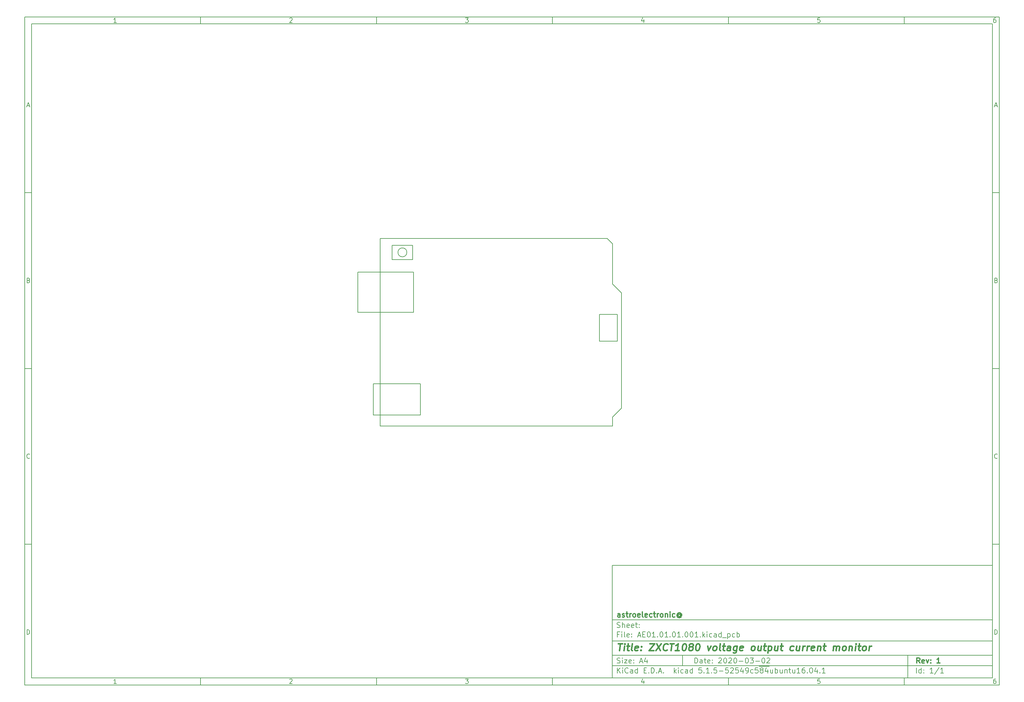
<source format=gbr>
G04 #@! TF.GenerationSoftware,KiCad,Pcbnew,5.1.5-52549c5~84~ubuntu16.04.1*
G04 #@! TF.CreationDate,2020-03-02T18:44:08+01:00*
G04 #@! TF.ProjectId,AE01.01.01.001,41453031-2e30-4312-9e30-312e3030312e,1*
G04 #@! TF.SameCoordinates,Original*
G04 #@! TF.FileFunction,OtherDrawing,Comment*
%FSLAX46Y46*%
G04 Gerber Fmt 4.6, Leading zero omitted, Abs format (unit mm)*
G04 Created by KiCad (PCBNEW 5.1.5-52549c5~84~ubuntu16.04.1) date 2020-03-02 18:44:08*
%MOMM*%
%LPD*%
G04 APERTURE LIST*
%ADD10C,0.100000*%
%ADD11C,0.150000*%
%ADD12C,0.300000*%
%ADD13C,0.400000*%
G04 APERTURE END LIST*
D10*
D11*
X177002200Y-166007200D02*
X177002200Y-198007200D01*
X285002200Y-198007200D01*
X285002200Y-166007200D01*
X177002200Y-166007200D01*
D10*
D11*
X10000000Y-10000000D02*
X10000000Y-200007200D01*
X287002200Y-200007200D01*
X287002200Y-10000000D01*
X10000000Y-10000000D01*
D10*
D11*
X12000000Y-12000000D02*
X12000000Y-198007200D01*
X285002200Y-198007200D01*
X285002200Y-12000000D01*
X12000000Y-12000000D01*
D10*
D11*
X60000000Y-12000000D02*
X60000000Y-10000000D01*
D10*
D11*
X110000000Y-12000000D02*
X110000000Y-10000000D01*
D10*
D11*
X160000000Y-12000000D02*
X160000000Y-10000000D01*
D10*
D11*
X210000000Y-12000000D02*
X210000000Y-10000000D01*
D10*
D11*
X260000000Y-12000000D02*
X260000000Y-10000000D01*
D10*
D11*
X36065476Y-11588095D02*
X35322619Y-11588095D01*
X35694047Y-11588095D02*
X35694047Y-10288095D01*
X35570238Y-10473809D01*
X35446428Y-10597619D01*
X35322619Y-10659523D01*
D10*
D11*
X85322619Y-10411904D02*
X85384523Y-10350000D01*
X85508333Y-10288095D01*
X85817857Y-10288095D01*
X85941666Y-10350000D01*
X86003571Y-10411904D01*
X86065476Y-10535714D01*
X86065476Y-10659523D01*
X86003571Y-10845238D01*
X85260714Y-11588095D01*
X86065476Y-11588095D01*
D10*
D11*
X135260714Y-10288095D02*
X136065476Y-10288095D01*
X135632142Y-10783333D01*
X135817857Y-10783333D01*
X135941666Y-10845238D01*
X136003571Y-10907142D01*
X136065476Y-11030952D01*
X136065476Y-11340476D01*
X136003571Y-11464285D01*
X135941666Y-11526190D01*
X135817857Y-11588095D01*
X135446428Y-11588095D01*
X135322619Y-11526190D01*
X135260714Y-11464285D01*
D10*
D11*
X185941666Y-10721428D02*
X185941666Y-11588095D01*
X185632142Y-10226190D02*
X185322619Y-11154761D01*
X186127380Y-11154761D01*
D10*
D11*
X236003571Y-10288095D02*
X235384523Y-10288095D01*
X235322619Y-10907142D01*
X235384523Y-10845238D01*
X235508333Y-10783333D01*
X235817857Y-10783333D01*
X235941666Y-10845238D01*
X236003571Y-10907142D01*
X236065476Y-11030952D01*
X236065476Y-11340476D01*
X236003571Y-11464285D01*
X235941666Y-11526190D01*
X235817857Y-11588095D01*
X235508333Y-11588095D01*
X235384523Y-11526190D01*
X235322619Y-11464285D01*
D10*
D11*
X285941666Y-10288095D02*
X285694047Y-10288095D01*
X285570238Y-10350000D01*
X285508333Y-10411904D01*
X285384523Y-10597619D01*
X285322619Y-10845238D01*
X285322619Y-11340476D01*
X285384523Y-11464285D01*
X285446428Y-11526190D01*
X285570238Y-11588095D01*
X285817857Y-11588095D01*
X285941666Y-11526190D01*
X286003571Y-11464285D01*
X286065476Y-11340476D01*
X286065476Y-11030952D01*
X286003571Y-10907142D01*
X285941666Y-10845238D01*
X285817857Y-10783333D01*
X285570238Y-10783333D01*
X285446428Y-10845238D01*
X285384523Y-10907142D01*
X285322619Y-11030952D01*
D10*
D11*
X60000000Y-198007200D02*
X60000000Y-200007200D01*
D10*
D11*
X110000000Y-198007200D02*
X110000000Y-200007200D01*
D10*
D11*
X160000000Y-198007200D02*
X160000000Y-200007200D01*
D10*
D11*
X210000000Y-198007200D02*
X210000000Y-200007200D01*
D10*
D11*
X260000000Y-198007200D02*
X260000000Y-200007200D01*
D10*
D11*
X36065476Y-199595295D02*
X35322619Y-199595295D01*
X35694047Y-199595295D02*
X35694047Y-198295295D01*
X35570238Y-198481009D01*
X35446428Y-198604819D01*
X35322619Y-198666723D01*
D10*
D11*
X85322619Y-198419104D02*
X85384523Y-198357200D01*
X85508333Y-198295295D01*
X85817857Y-198295295D01*
X85941666Y-198357200D01*
X86003571Y-198419104D01*
X86065476Y-198542914D01*
X86065476Y-198666723D01*
X86003571Y-198852438D01*
X85260714Y-199595295D01*
X86065476Y-199595295D01*
D10*
D11*
X135260714Y-198295295D02*
X136065476Y-198295295D01*
X135632142Y-198790533D01*
X135817857Y-198790533D01*
X135941666Y-198852438D01*
X136003571Y-198914342D01*
X136065476Y-199038152D01*
X136065476Y-199347676D01*
X136003571Y-199471485D01*
X135941666Y-199533390D01*
X135817857Y-199595295D01*
X135446428Y-199595295D01*
X135322619Y-199533390D01*
X135260714Y-199471485D01*
D10*
D11*
X185941666Y-198728628D02*
X185941666Y-199595295D01*
X185632142Y-198233390D02*
X185322619Y-199161961D01*
X186127380Y-199161961D01*
D10*
D11*
X236003571Y-198295295D02*
X235384523Y-198295295D01*
X235322619Y-198914342D01*
X235384523Y-198852438D01*
X235508333Y-198790533D01*
X235817857Y-198790533D01*
X235941666Y-198852438D01*
X236003571Y-198914342D01*
X236065476Y-199038152D01*
X236065476Y-199347676D01*
X236003571Y-199471485D01*
X235941666Y-199533390D01*
X235817857Y-199595295D01*
X235508333Y-199595295D01*
X235384523Y-199533390D01*
X235322619Y-199471485D01*
D10*
D11*
X285941666Y-198295295D02*
X285694047Y-198295295D01*
X285570238Y-198357200D01*
X285508333Y-198419104D01*
X285384523Y-198604819D01*
X285322619Y-198852438D01*
X285322619Y-199347676D01*
X285384523Y-199471485D01*
X285446428Y-199533390D01*
X285570238Y-199595295D01*
X285817857Y-199595295D01*
X285941666Y-199533390D01*
X286003571Y-199471485D01*
X286065476Y-199347676D01*
X286065476Y-199038152D01*
X286003571Y-198914342D01*
X285941666Y-198852438D01*
X285817857Y-198790533D01*
X285570238Y-198790533D01*
X285446428Y-198852438D01*
X285384523Y-198914342D01*
X285322619Y-199038152D01*
D10*
D11*
X10000000Y-60000000D02*
X12000000Y-60000000D01*
D10*
D11*
X10000000Y-110000000D02*
X12000000Y-110000000D01*
D10*
D11*
X10000000Y-160000000D02*
X12000000Y-160000000D01*
D10*
D11*
X10690476Y-35216666D02*
X11309523Y-35216666D01*
X10566666Y-35588095D02*
X11000000Y-34288095D01*
X11433333Y-35588095D01*
D10*
D11*
X11092857Y-84907142D02*
X11278571Y-84969047D01*
X11340476Y-85030952D01*
X11402380Y-85154761D01*
X11402380Y-85340476D01*
X11340476Y-85464285D01*
X11278571Y-85526190D01*
X11154761Y-85588095D01*
X10659523Y-85588095D01*
X10659523Y-84288095D01*
X11092857Y-84288095D01*
X11216666Y-84350000D01*
X11278571Y-84411904D01*
X11340476Y-84535714D01*
X11340476Y-84659523D01*
X11278571Y-84783333D01*
X11216666Y-84845238D01*
X11092857Y-84907142D01*
X10659523Y-84907142D01*
D10*
D11*
X11402380Y-135464285D02*
X11340476Y-135526190D01*
X11154761Y-135588095D01*
X11030952Y-135588095D01*
X10845238Y-135526190D01*
X10721428Y-135402380D01*
X10659523Y-135278571D01*
X10597619Y-135030952D01*
X10597619Y-134845238D01*
X10659523Y-134597619D01*
X10721428Y-134473809D01*
X10845238Y-134350000D01*
X11030952Y-134288095D01*
X11154761Y-134288095D01*
X11340476Y-134350000D01*
X11402380Y-134411904D01*
D10*
D11*
X10659523Y-185588095D02*
X10659523Y-184288095D01*
X10969047Y-184288095D01*
X11154761Y-184350000D01*
X11278571Y-184473809D01*
X11340476Y-184597619D01*
X11402380Y-184845238D01*
X11402380Y-185030952D01*
X11340476Y-185278571D01*
X11278571Y-185402380D01*
X11154761Y-185526190D01*
X10969047Y-185588095D01*
X10659523Y-185588095D01*
D10*
D11*
X287002200Y-60000000D02*
X285002200Y-60000000D01*
D10*
D11*
X287002200Y-110000000D02*
X285002200Y-110000000D01*
D10*
D11*
X287002200Y-160000000D02*
X285002200Y-160000000D01*
D10*
D11*
X285692676Y-35216666D02*
X286311723Y-35216666D01*
X285568866Y-35588095D02*
X286002200Y-34288095D01*
X286435533Y-35588095D01*
D10*
D11*
X286095057Y-84907142D02*
X286280771Y-84969047D01*
X286342676Y-85030952D01*
X286404580Y-85154761D01*
X286404580Y-85340476D01*
X286342676Y-85464285D01*
X286280771Y-85526190D01*
X286156961Y-85588095D01*
X285661723Y-85588095D01*
X285661723Y-84288095D01*
X286095057Y-84288095D01*
X286218866Y-84350000D01*
X286280771Y-84411904D01*
X286342676Y-84535714D01*
X286342676Y-84659523D01*
X286280771Y-84783333D01*
X286218866Y-84845238D01*
X286095057Y-84907142D01*
X285661723Y-84907142D01*
D10*
D11*
X286404580Y-135464285D02*
X286342676Y-135526190D01*
X286156961Y-135588095D01*
X286033152Y-135588095D01*
X285847438Y-135526190D01*
X285723628Y-135402380D01*
X285661723Y-135278571D01*
X285599819Y-135030952D01*
X285599819Y-134845238D01*
X285661723Y-134597619D01*
X285723628Y-134473809D01*
X285847438Y-134350000D01*
X286033152Y-134288095D01*
X286156961Y-134288095D01*
X286342676Y-134350000D01*
X286404580Y-134411904D01*
D10*
D11*
X285661723Y-185588095D02*
X285661723Y-184288095D01*
X285971247Y-184288095D01*
X286156961Y-184350000D01*
X286280771Y-184473809D01*
X286342676Y-184597619D01*
X286404580Y-184845238D01*
X286404580Y-185030952D01*
X286342676Y-185278571D01*
X286280771Y-185402380D01*
X286156961Y-185526190D01*
X285971247Y-185588095D01*
X285661723Y-185588095D01*
D10*
D11*
X200434342Y-193785771D02*
X200434342Y-192285771D01*
X200791485Y-192285771D01*
X201005771Y-192357200D01*
X201148628Y-192500057D01*
X201220057Y-192642914D01*
X201291485Y-192928628D01*
X201291485Y-193142914D01*
X201220057Y-193428628D01*
X201148628Y-193571485D01*
X201005771Y-193714342D01*
X200791485Y-193785771D01*
X200434342Y-193785771D01*
X202577200Y-193785771D02*
X202577200Y-193000057D01*
X202505771Y-192857200D01*
X202362914Y-192785771D01*
X202077200Y-192785771D01*
X201934342Y-192857200D01*
X202577200Y-193714342D02*
X202434342Y-193785771D01*
X202077200Y-193785771D01*
X201934342Y-193714342D01*
X201862914Y-193571485D01*
X201862914Y-193428628D01*
X201934342Y-193285771D01*
X202077200Y-193214342D01*
X202434342Y-193214342D01*
X202577200Y-193142914D01*
X203077200Y-192785771D02*
X203648628Y-192785771D01*
X203291485Y-192285771D02*
X203291485Y-193571485D01*
X203362914Y-193714342D01*
X203505771Y-193785771D01*
X203648628Y-193785771D01*
X204720057Y-193714342D02*
X204577200Y-193785771D01*
X204291485Y-193785771D01*
X204148628Y-193714342D01*
X204077200Y-193571485D01*
X204077200Y-193000057D01*
X204148628Y-192857200D01*
X204291485Y-192785771D01*
X204577200Y-192785771D01*
X204720057Y-192857200D01*
X204791485Y-193000057D01*
X204791485Y-193142914D01*
X204077200Y-193285771D01*
X205434342Y-193642914D02*
X205505771Y-193714342D01*
X205434342Y-193785771D01*
X205362914Y-193714342D01*
X205434342Y-193642914D01*
X205434342Y-193785771D01*
X205434342Y-192857200D02*
X205505771Y-192928628D01*
X205434342Y-193000057D01*
X205362914Y-192928628D01*
X205434342Y-192857200D01*
X205434342Y-193000057D01*
X207220057Y-192428628D02*
X207291485Y-192357200D01*
X207434342Y-192285771D01*
X207791485Y-192285771D01*
X207934342Y-192357200D01*
X208005771Y-192428628D01*
X208077200Y-192571485D01*
X208077200Y-192714342D01*
X208005771Y-192928628D01*
X207148628Y-193785771D01*
X208077200Y-193785771D01*
X209005771Y-192285771D02*
X209148628Y-192285771D01*
X209291485Y-192357200D01*
X209362914Y-192428628D01*
X209434342Y-192571485D01*
X209505771Y-192857200D01*
X209505771Y-193214342D01*
X209434342Y-193500057D01*
X209362914Y-193642914D01*
X209291485Y-193714342D01*
X209148628Y-193785771D01*
X209005771Y-193785771D01*
X208862914Y-193714342D01*
X208791485Y-193642914D01*
X208720057Y-193500057D01*
X208648628Y-193214342D01*
X208648628Y-192857200D01*
X208720057Y-192571485D01*
X208791485Y-192428628D01*
X208862914Y-192357200D01*
X209005771Y-192285771D01*
X210077200Y-192428628D02*
X210148628Y-192357200D01*
X210291485Y-192285771D01*
X210648628Y-192285771D01*
X210791485Y-192357200D01*
X210862914Y-192428628D01*
X210934342Y-192571485D01*
X210934342Y-192714342D01*
X210862914Y-192928628D01*
X210005771Y-193785771D01*
X210934342Y-193785771D01*
X211862914Y-192285771D02*
X212005771Y-192285771D01*
X212148628Y-192357200D01*
X212220057Y-192428628D01*
X212291485Y-192571485D01*
X212362914Y-192857200D01*
X212362914Y-193214342D01*
X212291485Y-193500057D01*
X212220057Y-193642914D01*
X212148628Y-193714342D01*
X212005771Y-193785771D01*
X211862914Y-193785771D01*
X211720057Y-193714342D01*
X211648628Y-193642914D01*
X211577200Y-193500057D01*
X211505771Y-193214342D01*
X211505771Y-192857200D01*
X211577200Y-192571485D01*
X211648628Y-192428628D01*
X211720057Y-192357200D01*
X211862914Y-192285771D01*
X213005771Y-193214342D02*
X214148628Y-193214342D01*
X215148628Y-192285771D02*
X215291485Y-192285771D01*
X215434342Y-192357200D01*
X215505771Y-192428628D01*
X215577200Y-192571485D01*
X215648628Y-192857200D01*
X215648628Y-193214342D01*
X215577200Y-193500057D01*
X215505771Y-193642914D01*
X215434342Y-193714342D01*
X215291485Y-193785771D01*
X215148628Y-193785771D01*
X215005771Y-193714342D01*
X214934342Y-193642914D01*
X214862914Y-193500057D01*
X214791485Y-193214342D01*
X214791485Y-192857200D01*
X214862914Y-192571485D01*
X214934342Y-192428628D01*
X215005771Y-192357200D01*
X215148628Y-192285771D01*
X216148628Y-192285771D02*
X217077200Y-192285771D01*
X216577200Y-192857200D01*
X216791485Y-192857200D01*
X216934342Y-192928628D01*
X217005771Y-193000057D01*
X217077200Y-193142914D01*
X217077200Y-193500057D01*
X217005771Y-193642914D01*
X216934342Y-193714342D01*
X216791485Y-193785771D01*
X216362914Y-193785771D01*
X216220057Y-193714342D01*
X216148628Y-193642914D01*
X217720057Y-193214342D02*
X218862914Y-193214342D01*
X219862914Y-192285771D02*
X220005771Y-192285771D01*
X220148628Y-192357200D01*
X220220057Y-192428628D01*
X220291485Y-192571485D01*
X220362914Y-192857200D01*
X220362914Y-193214342D01*
X220291485Y-193500057D01*
X220220057Y-193642914D01*
X220148628Y-193714342D01*
X220005771Y-193785771D01*
X219862914Y-193785771D01*
X219720057Y-193714342D01*
X219648628Y-193642914D01*
X219577200Y-193500057D01*
X219505771Y-193214342D01*
X219505771Y-192857200D01*
X219577200Y-192571485D01*
X219648628Y-192428628D01*
X219720057Y-192357200D01*
X219862914Y-192285771D01*
X220934342Y-192428628D02*
X221005771Y-192357200D01*
X221148628Y-192285771D01*
X221505771Y-192285771D01*
X221648628Y-192357200D01*
X221720057Y-192428628D01*
X221791485Y-192571485D01*
X221791485Y-192714342D01*
X221720057Y-192928628D01*
X220862914Y-193785771D01*
X221791485Y-193785771D01*
D10*
D11*
X177002200Y-194507200D02*
X285002200Y-194507200D01*
D10*
D11*
X178434342Y-196585771D02*
X178434342Y-195085771D01*
X179291485Y-196585771D02*
X178648628Y-195728628D01*
X179291485Y-195085771D02*
X178434342Y-195942914D01*
X179934342Y-196585771D02*
X179934342Y-195585771D01*
X179934342Y-195085771D02*
X179862914Y-195157200D01*
X179934342Y-195228628D01*
X180005771Y-195157200D01*
X179934342Y-195085771D01*
X179934342Y-195228628D01*
X181505771Y-196442914D02*
X181434342Y-196514342D01*
X181220057Y-196585771D01*
X181077200Y-196585771D01*
X180862914Y-196514342D01*
X180720057Y-196371485D01*
X180648628Y-196228628D01*
X180577200Y-195942914D01*
X180577200Y-195728628D01*
X180648628Y-195442914D01*
X180720057Y-195300057D01*
X180862914Y-195157200D01*
X181077200Y-195085771D01*
X181220057Y-195085771D01*
X181434342Y-195157200D01*
X181505771Y-195228628D01*
X182791485Y-196585771D02*
X182791485Y-195800057D01*
X182720057Y-195657200D01*
X182577200Y-195585771D01*
X182291485Y-195585771D01*
X182148628Y-195657200D01*
X182791485Y-196514342D02*
X182648628Y-196585771D01*
X182291485Y-196585771D01*
X182148628Y-196514342D01*
X182077200Y-196371485D01*
X182077200Y-196228628D01*
X182148628Y-196085771D01*
X182291485Y-196014342D01*
X182648628Y-196014342D01*
X182791485Y-195942914D01*
X184148628Y-196585771D02*
X184148628Y-195085771D01*
X184148628Y-196514342D02*
X184005771Y-196585771D01*
X183720057Y-196585771D01*
X183577200Y-196514342D01*
X183505771Y-196442914D01*
X183434342Y-196300057D01*
X183434342Y-195871485D01*
X183505771Y-195728628D01*
X183577200Y-195657200D01*
X183720057Y-195585771D01*
X184005771Y-195585771D01*
X184148628Y-195657200D01*
X186005771Y-195800057D02*
X186505771Y-195800057D01*
X186720057Y-196585771D02*
X186005771Y-196585771D01*
X186005771Y-195085771D01*
X186720057Y-195085771D01*
X187362914Y-196442914D02*
X187434342Y-196514342D01*
X187362914Y-196585771D01*
X187291485Y-196514342D01*
X187362914Y-196442914D01*
X187362914Y-196585771D01*
X188077200Y-196585771D02*
X188077200Y-195085771D01*
X188434342Y-195085771D01*
X188648628Y-195157200D01*
X188791485Y-195300057D01*
X188862914Y-195442914D01*
X188934342Y-195728628D01*
X188934342Y-195942914D01*
X188862914Y-196228628D01*
X188791485Y-196371485D01*
X188648628Y-196514342D01*
X188434342Y-196585771D01*
X188077200Y-196585771D01*
X189577200Y-196442914D02*
X189648628Y-196514342D01*
X189577200Y-196585771D01*
X189505771Y-196514342D01*
X189577200Y-196442914D01*
X189577200Y-196585771D01*
X190220057Y-196157200D02*
X190934342Y-196157200D01*
X190077200Y-196585771D02*
X190577200Y-195085771D01*
X191077200Y-196585771D01*
X191577200Y-196442914D02*
X191648628Y-196514342D01*
X191577200Y-196585771D01*
X191505771Y-196514342D01*
X191577200Y-196442914D01*
X191577200Y-196585771D01*
X194577200Y-196585771D02*
X194577200Y-195085771D01*
X194720057Y-196014342D02*
X195148628Y-196585771D01*
X195148628Y-195585771D02*
X194577200Y-196157200D01*
X195791485Y-196585771D02*
X195791485Y-195585771D01*
X195791485Y-195085771D02*
X195720057Y-195157200D01*
X195791485Y-195228628D01*
X195862914Y-195157200D01*
X195791485Y-195085771D01*
X195791485Y-195228628D01*
X197148628Y-196514342D02*
X197005771Y-196585771D01*
X196720057Y-196585771D01*
X196577200Y-196514342D01*
X196505771Y-196442914D01*
X196434342Y-196300057D01*
X196434342Y-195871485D01*
X196505771Y-195728628D01*
X196577200Y-195657200D01*
X196720057Y-195585771D01*
X197005771Y-195585771D01*
X197148628Y-195657200D01*
X198434342Y-196585771D02*
X198434342Y-195800057D01*
X198362914Y-195657200D01*
X198220057Y-195585771D01*
X197934342Y-195585771D01*
X197791485Y-195657200D01*
X198434342Y-196514342D02*
X198291485Y-196585771D01*
X197934342Y-196585771D01*
X197791485Y-196514342D01*
X197720057Y-196371485D01*
X197720057Y-196228628D01*
X197791485Y-196085771D01*
X197934342Y-196014342D01*
X198291485Y-196014342D01*
X198434342Y-195942914D01*
X199791485Y-196585771D02*
X199791485Y-195085771D01*
X199791485Y-196514342D02*
X199648628Y-196585771D01*
X199362914Y-196585771D01*
X199220057Y-196514342D01*
X199148628Y-196442914D01*
X199077200Y-196300057D01*
X199077200Y-195871485D01*
X199148628Y-195728628D01*
X199220057Y-195657200D01*
X199362914Y-195585771D01*
X199648628Y-195585771D01*
X199791485Y-195657200D01*
X202362914Y-195085771D02*
X201648628Y-195085771D01*
X201577200Y-195800057D01*
X201648628Y-195728628D01*
X201791485Y-195657200D01*
X202148628Y-195657200D01*
X202291485Y-195728628D01*
X202362914Y-195800057D01*
X202434342Y-195942914D01*
X202434342Y-196300057D01*
X202362914Y-196442914D01*
X202291485Y-196514342D01*
X202148628Y-196585771D01*
X201791485Y-196585771D01*
X201648628Y-196514342D01*
X201577200Y-196442914D01*
X203077200Y-196442914D02*
X203148628Y-196514342D01*
X203077200Y-196585771D01*
X203005771Y-196514342D01*
X203077200Y-196442914D01*
X203077200Y-196585771D01*
X204577200Y-196585771D02*
X203720057Y-196585771D01*
X204148628Y-196585771D02*
X204148628Y-195085771D01*
X204005771Y-195300057D01*
X203862914Y-195442914D01*
X203720057Y-195514342D01*
X205220057Y-196442914D02*
X205291485Y-196514342D01*
X205220057Y-196585771D01*
X205148628Y-196514342D01*
X205220057Y-196442914D01*
X205220057Y-196585771D01*
X206648628Y-195085771D02*
X205934342Y-195085771D01*
X205862914Y-195800057D01*
X205934342Y-195728628D01*
X206077200Y-195657200D01*
X206434342Y-195657200D01*
X206577200Y-195728628D01*
X206648628Y-195800057D01*
X206720057Y-195942914D01*
X206720057Y-196300057D01*
X206648628Y-196442914D01*
X206577200Y-196514342D01*
X206434342Y-196585771D01*
X206077200Y-196585771D01*
X205934342Y-196514342D01*
X205862914Y-196442914D01*
X207362914Y-196014342D02*
X208505771Y-196014342D01*
X209934342Y-195085771D02*
X209220057Y-195085771D01*
X209148628Y-195800057D01*
X209220057Y-195728628D01*
X209362914Y-195657200D01*
X209720057Y-195657200D01*
X209862914Y-195728628D01*
X209934342Y-195800057D01*
X210005771Y-195942914D01*
X210005771Y-196300057D01*
X209934342Y-196442914D01*
X209862914Y-196514342D01*
X209720057Y-196585771D01*
X209362914Y-196585771D01*
X209220057Y-196514342D01*
X209148628Y-196442914D01*
X210577200Y-195228628D02*
X210648628Y-195157200D01*
X210791485Y-195085771D01*
X211148628Y-195085771D01*
X211291485Y-195157200D01*
X211362914Y-195228628D01*
X211434342Y-195371485D01*
X211434342Y-195514342D01*
X211362914Y-195728628D01*
X210505771Y-196585771D01*
X211434342Y-196585771D01*
X212791485Y-195085771D02*
X212077200Y-195085771D01*
X212005771Y-195800057D01*
X212077200Y-195728628D01*
X212220057Y-195657200D01*
X212577200Y-195657200D01*
X212720057Y-195728628D01*
X212791485Y-195800057D01*
X212862914Y-195942914D01*
X212862914Y-196300057D01*
X212791485Y-196442914D01*
X212720057Y-196514342D01*
X212577200Y-196585771D01*
X212220057Y-196585771D01*
X212077200Y-196514342D01*
X212005771Y-196442914D01*
X214148628Y-195585771D02*
X214148628Y-196585771D01*
X213791485Y-195014342D02*
X213434342Y-196085771D01*
X214362914Y-196085771D01*
X215005771Y-196585771D02*
X215291485Y-196585771D01*
X215434342Y-196514342D01*
X215505771Y-196442914D01*
X215648628Y-196228628D01*
X215720057Y-195942914D01*
X215720057Y-195371485D01*
X215648628Y-195228628D01*
X215577200Y-195157200D01*
X215434342Y-195085771D01*
X215148628Y-195085771D01*
X215005771Y-195157200D01*
X214934342Y-195228628D01*
X214862914Y-195371485D01*
X214862914Y-195728628D01*
X214934342Y-195871485D01*
X215005771Y-195942914D01*
X215148628Y-196014342D01*
X215434342Y-196014342D01*
X215577200Y-195942914D01*
X215648628Y-195871485D01*
X215720057Y-195728628D01*
X217005771Y-196514342D02*
X216862914Y-196585771D01*
X216577200Y-196585771D01*
X216434342Y-196514342D01*
X216362914Y-196442914D01*
X216291485Y-196300057D01*
X216291485Y-195871485D01*
X216362914Y-195728628D01*
X216434342Y-195657200D01*
X216577200Y-195585771D01*
X216862914Y-195585771D01*
X217005771Y-195657200D01*
X218362914Y-195085771D02*
X217648628Y-195085771D01*
X217577200Y-195800057D01*
X217648628Y-195728628D01*
X217791485Y-195657200D01*
X218148628Y-195657200D01*
X218291485Y-195728628D01*
X218362914Y-195800057D01*
X218434342Y-195942914D01*
X218434342Y-196300057D01*
X218362914Y-196442914D01*
X218291485Y-196514342D01*
X218148628Y-196585771D01*
X217791485Y-196585771D01*
X217648628Y-196514342D01*
X217577200Y-196442914D01*
X218720057Y-194677200D02*
X220148628Y-194677200D01*
X219291485Y-195728628D02*
X219148628Y-195657200D01*
X219077200Y-195585771D01*
X219005771Y-195442914D01*
X219005771Y-195371485D01*
X219077200Y-195228628D01*
X219148628Y-195157200D01*
X219291485Y-195085771D01*
X219577200Y-195085771D01*
X219720057Y-195157200D01*
X219791485Y-195228628D01*
X219862914Y-195371485D01*
X219862914Y-195442914D01*
X219791485Y-195585771D01*
X219720057Y-195657200D01*
X219577200Y-195728628D01*
X219291485Y-195728628D01*
X219148628Y-195800057D01*
X219077200Y-195871485D01*
X219005771Y-196014342D01*
X219005771Y-196300057D01*
X219077200Y-196442914D01*
X219148628Y-196514342D01*
X219291485Y-196585771D01*
X219577200Y-196585771D01*
X219720057Y-196514342D01*
X219791485Y-196442914D01*
X219862914Y-196300057D01*
X219862914Y-196014342D01*
X219791485Y-195871485D01*
X219720057Y-195800057D01*
X219577200Y-195728628D01*
X220148628Y-194677200D02*
X221577199Y-194677200D01*
X221148628Y-195585771D02*
X221148628Y-196585771D01*
X220791485Y-195014342D02*
X220434342Y-196085771D01*
X221362914Y-196085771D01*
X222577199Y-195585771D02*
X222577199Y-196585771D01*
X221934342Y-195585771D02*
X221934342Y-196371485D01*
X222005771Y-196514342D01*
X222148628Y-196585771D01*
X222362914Y-196585771D01*
X222505771Y-196514342D01*
X222577199Y-196442914D01*
X223291485Y-196585771D02*
X223291485Y-195085771D01*
X223291485Y-195657200D02*
X223434342Y-195585771D01*
X223720057Y-195585771D01*
X223862914Y-195657200D01*
X223934342Y-195728628D01*
X224005771Y-195871485D01*
X224005771Y-196300057D01*
X223934342Y-196442914D01*
X223862914Y-196514342D01*
X223720057Y-196585771D01*
X223434342Y-196585771D01*
X223291485Y-196514342D01*
X225291485Y-195585771D02*
X225291485Y-196585771D01*
X224648628Y-195585771D02*
X224648628Y-196371485D01*
X224720057Y-196514342D01*
X224862914Y-196585771D01*
X225077199Y-196585771D01*
X225220057Y-196514342D01*
X225291485Y-196442914D01*
X226005771Y-195585771D02*
X226005771Y-196585771D01*
X226005771Y-195728628D02*
X226077199Y-195657200D01*
X226220057Y-195585771D01*
X226434342Y-195585771D01*
X226577199Y-195657200D01*
X226648628Y-195800057D01*
X226648628Y-196585771D01*
X227148628Y-195585771D02*
X227720057Y-195585771D01*
X227362914Y-195085771D02*
X227362914Y-196371485D01*
X227434342Y-196514342D01*
X227577200Y-196585771D01*
X227720057Y-196585771D01*
X228862914Y-195585771D02*
X228862914Y-196585771D01*
X228220057Y-195585771D02*
X228220057Y-196371485D01*
X228291485Y-196514342D01*
X228434342Y-196585771D01*
X228648628Y-196585771D01*
X228791485Y-196514342D01*
X228862914Y-196442914D01*
X230362914Y-196585771D02*
X229505771Y-196585771D01*
X229934342Y-196585771D02*
X229934342Y-195085771D01*
X229791485Y-195300057D01*
X229648628Y-195442914D01*
X229505771Y-195514342D01*
X231648628Y-195085771D02*
X231362914Y-195085771D01*
X231220057Y-195157200D01*
X231148628Y-195228628D01*
X231005771Y-195442914D01*
X230934342Y-195728628D01*
X230934342Y-196300057D01*
X231005771Y-196442914D01*
X231077199Y-196514342D01*
X231220057Y-196585771D01*
X231505771Y-196585771D01*
X231648628Y-196514342D01*
X231720057Y-196442914D01*
X231791485Y-196300057D01*
X231791485Y-195942914D01*
X231720057Y-195800057D01*
X231648628Y-195728628D01*
X231505771Y-195657200D01*
X231220057Y-195657200D01*
X231077199Y-195728628D01*
X231005771Y-195800057D01*
X230934342Y-195942914D01*
X232434342Y-196442914D02*
X232505771Y-196514342D01*
X232434342Y-196585771D01*
X232362914Y-196514342D01*
X232434342Y-196442914D01*
X232434342Y-196585771D01*
X233434342Y-195085771D02*
X233577199Y-195085771D01*
X233720057Y-195157200D01*
X233791485Y-195228628D01*
X233862914Y-195371485D01*
X233934342Y-195657200D01*
X233934342Y-196014342D01*
X233862914Y-196300057D01*
X233791485Y-196442914D01*
X233720057Y-196514342D01*
X233577199Y-196585771D01*
X233434342Y-196585771D01*
X233291485Y-196514342D01*
X233220057Y-196442914D01*
X233148628Y-196300057D01*
X233077199Y-196014342D01*
X233077199Y-195657200D01*
X233148628Y-195371485D01*
X233220057Y-195228628D01*
X233291485Y-195157200D01*
X233434342Y-195085771D01*
X235220057Y-195585771D02*
X235220057Y-196585771D01*
X234862914Y-195014342D02*
X234505771Y-196085771D01*
X235434342Y-196085771D01*
X236005771Y-196442914D02*
X236077199Y-196514342D01*
X236005771Y-196585771D01*
X235934342Y-196514342D01*
X236005771Y-196442914D01*
X236005771Y-196585771D01*
X237505771Y-196585771D02*
X236648628Y-196585771D01*
X237077199Y-196585771D02*
X237077199Y-195085771D01*
X236934342Y-195300057D01*
X236791485Y-195442914D01*
X236648628Y-195514342D01*
D10*
D11*
X177002200Y-191507200D02*
X285002200Y-191507200D01*
D10*
D12*
X264411485Y-193785771D02*
X263911485Y-193071485D01*
X263554342Y-193785771D02*
X263554342Y-192285771D01*
X264125771Y-192285771D01*
X264268628Y-192357200D01*
X264340057Y-192428628D01*
X264411485Y-192571485D01*
X264411485Y-192785771D01*
X264340057Y-192928628D01*
X264268628Y-193000057D01*
X264125771Y-193071485D01*
X263554342Y-193071485D01*
X265625771Y-193714342D02*
X265482914Y-193785771D01*
X265197200Y-193785771D01*
X265054342Y-193714342D01*
X264982914Y-193571485D01*
X264982914Y-193000057D01*
X265054342Y-192857200D01*
X265197200Y-192785771D01*
X265482914Y-192785771D01*
X265625771Y-192857200D01*
X265697200Y-193000057D01*
X265697200Y-193142914D01*
X264982914Y-193285771D01*
X266197200Y-192785771D02*
X266554342Y-193785771D01*
X266911485Y-192785771D01*
X267482914Y-193642914D02*
X267554342Y-193714342D01*
X267482914Y-193785771D01*
X267411485Y-193714342D01*
X267482914Y-193642914D01*
X267482914Y-193785771D01*
X267482914Y-192857200D02*
X267554342Y-192928628D01*
X267482914Y-193000057D01*
X267411485Y-192928628D01*
X267482914Y-192857200D01*
X267482914Y-193000057D01*
X270125771Y-193785771D02*
X269268628Y-193785771D01*
X269697200Y-193785771D02*
X269697200Y-192285771D01*
X269554342Y-192500057D01*
X269411485Y-192642914D01*
X269268628Y-192714342D01*
D10*
D11*
X178362914Y-193714342D02*
X178577200Y-193785771D01*
X178934342Y-193785771D01*
X179077200Y-193714342D01*
X179148628Y-193642914D01*
X179220057Y-193500057D01*
X179220057Y-193357200D01*
X179148628Y-193214342D01*
X179077200Y-193142914D01*
X178934342Y-193071485D01*
X178648628Y-193000057D01*
X178505771Y-192928628D01*
X178434342Y-192857200D01*
X178362914Y-192714342D01*
X178362914Y-192571485D01*
X178434342Y-192428628D01*
X178505771Y-192357200D01*
X178648628Y-192285771D01*
X179005771Y-192285771D01*
X179220057Y-192357200D01*
X179862914Y-193785771D02*
X179862914Y-192785771D01*
X179862914Y-192285771D02*
X179791485Y-192357200D01*
X179862914Y-192428628D01*
X179934342Y-192357200D01*
X179862914Y-192285771D01*
X179862914Y-192428628D01*
X180434342Y-192785771D02*
X181220057Y-192785771D01*
X180434342Y-193785771D01*
X181220057Y-193785771D01*
X182362914Y-193714342D02*
X182220057Y-193785771D01*
X181934342Y-193785771D01*
X181791485Y-193714342D01*
X181720057Y-193571485D01*
X181720057Y-193000057D01*
X181791485Y-192857200D01*
X181934342Y-192785771D01*
X182220057Y-192785771D01*
X182362914Y-192857200D01*
X182434342Y-193000057D01*
X182434342Y-193142914D01*
X181720057Y-193285771D01*
X183077200Y-193642914D02*
X183148628Y-193714342D01*
X183077200Y-193785771D01*
X183005771Y-193714342D01*
X183077200Y-193642914D01*
X183077200Y-193785771D01*
X183077200Y-192857200D02*
X183148628Y-192928628D01*
X183077200Y-193000057D01*
X183005771Y-192928628D01*
X183077200Y-192857200D01*
X183077200Y-193000057D01*
X184862914Y-193357200D02*
X185577200Y-193357200D01*
X184720057Y-193785771D02*
X185220057Y-192285771D01*
X185720057Y-193785771D01*
X186862914Y-192785771D02*
X186862914Y-193785771D01*
X186505771Y-192214342D02*
X186148628Y-193285771D01*
X187077200Y-193285771D01*
D10*
D11*
X263434342Y-196585771D02*
X263434342Y-195085771D01*
X264791485Y-196585771D02*
X264791485Y-195085771D01*
X264791485Y-196514342D02*
X264648628Y-196585771D01*
X264362914Y-196585771D01*
X264220057Y-196514342D01*
X264148628Y-196442914D01*
X264077200Y-196300057D01*
X264077200Y-195871485D01*
X264148628Y-195728628D01*
X264220057Y-195657200D01*
X264362914Y-195585771D01*
X264648628Y-195585771D01*
X264791485Y-195657200D01*
X265505771Y-196442914D02*
X265577200Y-196514342D01*
X265505771Y-196585771D01*
X265434342Y-196514342D01*
X265505771Y-196442914D01*
X265505771Y-196585771D01*
X265505771Y-195657200D02*
X265577200Y-195728628D01*
X265505771Y-195800057D01*
X265434342Y-195728628D01*
X265505771Y-195657200D01*
X265505771Y-195800057D01*
X268148628Y-196585771D02*
X267291485Y-196585771D01*
X267720057Y-196585771D02*
X267720057Y-195085771D01*
X267577200Y-195300057D01*
X267434342Y-195442914D01*
X267291485Y-195514342D01*
X269862914Y-195014342D02*
X268577200Y-196942914D01*
X271148628Y-196585771D02*
X270291485Y-196585771D01*
X270720057Y-196585771D02*
X270720057Y-195085771D01*
X270577200Y-195300057D01*
X270434342Y-195442914D01*
X270291485Y-195514342D01*
D10*
D11*
X177002200Y-187507200D02*
X285002200Y-187507200D01*
D10*
D13*
X178714580Y-188211961D02*
X179857438Y-188211961D01*
X179036009Y-190211961D02*
X179286009Y-188211961D01*
X180274104Y-190211961D02*
X180440771Y-188878628D01*
X180524104Y-188211961D02*
X180416961Y-188307200D01*
X180500295Y-188402438D01*
X180607438Y-188307200D01*
X180524104Y-188211961D01*
X180500295Y-188402438D01*
X181107438Y-188878628D02*
X181869342Y-188878628D01*
X181476485Y-188211961D02*
X181262200Y-189926247D01*
X181333628Y-190116723D01*
X181512200Y-190211961D01*
X181702676Y-190211961D01*
X182655057Y-190211961D02*
X182476485Y-190116723D01*
X182405057Y-189926247D01*
X182619342Y-188211961D01*
X184190771Y-190116723D02*
X183988390Y-190211961D01*
X183607438Y-190211961D01*
X183428866Y-190116723D01*
X183357438Y-189926247D01*
X183452676Y-189164342D01*
X183571723Y-188973866D01*
X183774104Y-188878628D01*
X184155057Y-188878628D01*
X184333628Y-188973866D01*
X184405057Y-189164342D01*
X184381247Y-189354819D01*
X183405057Y-189545295D01*
X185155057Y-190021485D02*
X185238390Y-190116723D01*
X185131247Y-190211961D01*
X185047914Y-190116723D01*
X185155057Y-190021485D01*
X185131247Y-190211961D01*
X185286009Y-188973866D02*
X185369342Y-189069104D01*
X185262200Y-189164342D01*
X185178866Y-189069104D01*
X185286009Y-188973866D01*
X185262200Y-189164342D01*
X187666961Y-188211961D02*
X189000295Y-188211961D01*
X187416961Y-190211961D01*
X188750295Y-190211961D01*
X189571723Y-188211961D02*
X190655057Y-190211961D01*
X190905057Y-188211961D02*
X189321723Y-190211961D01*
X192583628Y-190021485D02*
X192476485Y-190116723D01*
X192178866Y-190211961D01*
X191988390Y-190211961D01*
X191714580Y-190116723D01*
X191547914Y-189926247D01*
X191476485Y-189735771D01*
X191428866Y-189354819D01*
X191464580Y-189069104D01*
X191607438Y-188688152D01*
X191726485Y-188497676D01*
X191940771Y-188307200D01*
X192238390Y-188211961D01*
X192428866Y-188211961D01*
X192702676Y-188307200D01*
X192786009Y-188402438D01*
X193381247Y-188211961D02*
X194524104Y-188211961D01*
X193702676Y-190211961D02*
X193952676Y-188211961D01*
X195988390Y-190211961D02*
X194845533Y-190211961D01*
X195416961Y-190211961D02*
X195666961Y-188211961D01*
X195440771Y-188497676D01*
X195226485Y-188688152D01*
X195024104Y-188783390D01*
X197476485Y-188211961D02*
X197666961Y-188211961D01*
X197845533Y-188307200D01*
X197928866Y-188402438D01*
X198000295Y-188592914D01*
X198047914Y-188973866D01*
X197988390Y-189450057D01*
X197845533Y-189831009D01*
X197726485Y-190021485D01*
X197619342Y-190116723D01*
X197416961Y-190211961D01*
X197226485Y-190211961D01*
X197047914Y-190116723D01*
X196964580Y-190021485D01*
X196893152Y-189831009D01*
X196845533Y-189450057D01*
X196905057Y-188973866D01*
X197047914Y-188592914D01*
X197166961Y-188402438D01*
X197274104Y-188307200D01*
X197476485Y-188211961D01*
X199178866Y-189069104D02*
X199000295Y-188973866D01*
X198916961Y-188878628D01*
X198845533Y-188688152D01*
X198857438Y-188592914D01*
X198976485Y-188402438D01*
X199083628Y-188307200D01*
X199286009Y-188211961D01*
X199666961Y-188211961D01*
X199845533Y-188307200D01*
X199928866Y-188402438D01*
X200000295Y-188592914D01*
X199988390Y-188688152D01*
X199869342Y-188878628D01*
X199762200Y-188973866D01*
X199559819Y-189069104D01*
X199178866Y-189069104D01*
X198976485Y-189164342D01*
X198869342Y-189259580D01*
X198750295Y-189450057D01*
X198702676Y-189831009D01*
X198774104Y-190021485D01*
X198857438Y-190116723D01*
X199036009Y-190211961D01*
X199416961Y-190211961D01*
X199619342Y-190116723D01*
X199726485Y-190021485D01*
X199845533Y-189831009D01*
X199893152Y-189450057D01*
X199821723Y-189259580D01*
X199738390Y-189164342D01*
X199559819Y-189069104D01*
X201286009Y-188211961D02*
X201476485Y-188211961D01*
X201655057Y-188307200D01*
X201738390Y-188402438D01*
X201809819Y-188592914D01*
X201857438Y-188973866D01*
X201797914Y-189450057D01*
X201655057Y-189831009D01*
X201536009Y-190021485D01*
X201428866Y-190116723D01*
X201226485Y-190211961D01*
X201036009Y-190211961D01*
X200857438Y-190116723D01*
X200774104Y-190021485D01*
X200702676Y-189831009D01*
X200655057Y-189450057D01*
X200714580Y-188973866D01*
X200857438Y-188592914D01*
X200976485Y-188402438D01*
X201083628Y-188307200D01*
X201286009Y-188211961D01*
X204059819Y-188878628D02*
X204369342Y-190211961D01*
X205012200Y-188878628D01*
X205893152Y-190211961D02*
X205714580Y-190116723D01*
X205631247Y-190021485D01*
X205559819Y-189831009D01*
X205631247Y-189259580D01*
X205750295Y-189069104D01*
X205857438Y-188973866D01*
X206059819Y-188878628D01*
X206345533Y-188878628D01*
X206524104Y-188973866D01*
X206607438Y-189069104D01*
X206678866Y-189259580D01*
X206607438Y-189831009D01*
X206488390Y-190021485D01*
X206381247Y-190116723D01*
X206178866Y-190211961D01*
X205893152Y-190211961D01*
X207702676Y-190211961D02*
X207524104Y-190116723D01*
X207452676Y-189926247D01*
X207666961Y-188211961D01*
X208345533Y-188878628D02*
X209107438Y-188878628D01*
X208714580Y-188211961D02*
X208500295Y-189926247D01*
X208571723Y-190116723D01*
X208750295Y-190211961D01*
X208940771Y-190211961D01*
X210464580Y-190211961D02*
X210595533Y-189164342D01*
X210524104Y-188973866D01*
X210345533Y-188878628D01*
X209964580Y-188878628D01*
X209762200Y-188973866D01*
X210476485Y-190116723D02*
X210274104Y-190211961D01*
X209797914Y-190211961D01*
X209619342Y-190116723D01*
X209547914Y-189926247D01*
X209571723Y-189735771D01*
X209690771Y-189545295D01*
X209893152Y-189450057D01*
X210369342Y-189450057D01*
X210571723Y-189354819D01*
X212440771Y-188878628D02*
X212238390Y-190497676D01*
X212119342Y-190688152D01*
X212012200Y-190783390D01*
X211809819Y-190878628D01*
X211524104Y-190878628D01*
X211345533Y-190783390D01*
X212286009Y-190116723D02*
X212083628Y-190211961D01*
X211702676Y-190211961D01*
X211524104Y-190116723D01*
X211440771Y-190021485D01*
X211369342Y-189831009D01*
X211440771Y-189259580D01*
X211559819Y-189069104D01*
X211666961Y-188973866D01*
X211869342Y-188878628D01*
X212250295Y-188878628D01*
X212428866Y-188973866D01*
X214000295Y-190116723D02*
X213797914Y-190211961D01*
X213416961Y-190211961D01*
X213238390Y-190116723D01*
X213166961Y-189926247D01*
X213262200Y-189164342D01*
X213381247Y-188973866D01*
X213583628Y-188878628D01*
X213964580Y-188878628D01*
X214143152Y-188973866D01*
X214214580Y-189164342D01*
X214190771Y-189354819D01*
X213214580Y-189545295D01*
X216750295Y-190211961D02*
X216571723Y-190116723D01*
X216488390Y-190021485D01*
X216416961Y-189831009D01*
X216488390Y-189259580D01*
X216607438Y-189069104D01*
X216714580Y-188973866D01*
X216916961Y-188878628D01*
X217202676Y-188878628D01*
X217381247Y-188973866D01*
X217464580Y-189069104D01*
X217536009Y-189259580D01*
X217464580Y-189831009D01*
X217345533Y-190021485D01*
X217238390Y-190116723D01*
X217036009Y-190211961D01*
X216750295Y-190211961D01*
X219297914Y-188878628D02*
X219131247Y-190211961D01*
X218440771Y-188878628D02*
X218309819Y-189926247D01*
X218381247Y-190116723D01*
X218559819Y-190211961D01*
X218845533Y-190211961D01*
X219047914Y-190116723D01*
X219155057Y-190021485D01*
X219964580Y-188878628D02*
X220726485Y-188878628D01*
X220333628Y-188211961D02*
X220119342Y-189926247D01*
X220190771Y-190116723D01*
X220369342Y-190211961D01*
X220559819Y-190211961D01*
X221393152Y-188878628D02*
X221143152Y-190878628D01*
X221381247Y-188973866D02*
X221583628Y-188878628D01*
X221964580Y-188878628D01*
X222143152Y-188973866D01*
X222226485Y-189069104D01*
X222297914Y-189259580D01*
X222226485Y-189831009D01*
X222107438Y-190021485D01*
X222000295Y-190116723D01*
X221797914Y-190211961D01*
X221416961Y-190211961D01*
X221238390Y-190116723D01*
X224059819Y-188878628D02*
X223893152Y-190211961D01*
X223202676Y-188878628D02*
X223071723Y-189926247D01*
X223143152Y-190116723D01*
X223321723Y-190211961D01*
X223607438Y-190211961D01*
X223809819Y-190116723D01*
X223916961Y-190021485D01*
X224726485Y-188878628D02*
X225488390Y-188878628D01*
X225095533Y-188211961D02*
X224881247Y-189926247D01*
X224952676Y-190116723D01*
X225131247Y-190211961D01*
X225321723Y-190211961D01*
X228381247Y-190116723D02*
X228178866Y-190211961D01*
X227797914Y-190211961D01*
X227619342Y-190116723D01*
X227536009Y-190021485D01*
X227464580Y-189831009D01*
X227536009Y-189259580D01*
X227655057Y-189069104D01*
X227762199Y-188973866D01*
X227964580Y-188878628D01*
X228345533Y-188878628D01*
X228524104Y-188973866D01*
X230250295Y-188878628D02*
X230083628Y-190211961D01*
X229393152Y-188878628D02*
X229262199Y-189926247D01*
X229333628Y-190116723D01*
X229512199Y-190211961D01*
X229797914Y-190211961D01*
X230000295Y-190116723D01*
X230107438Y-190021485D01*
X231036009Y-190211961D02*
X231202676Y-188878628D01*
X231155057Y-189259580D02*
X231274104Y-189069104D01*
X231381247Y-188973866D01*
X231583628Y-188878628D01*
X231774104Y-188878628D01*
X232274104Y-190211961D02*
X232440771Y-188878628D01*
X232393152Y-189259580D02*
X232512199Y-189069104D01*
X232619342Y-188973866D01*
X232821723Y-188878628D01*
X233012199Y-188878628D01*
X234286009Y-190116723D02*
X234083628Y-190211961D01*
X233702676Y-190211961D01*
X233524104Y-190116723D01*
X233452676Y-189926247D01*
X233547914Y-189164342D01*
X233666961Y-188973866D01*
X233869342Y-188878628D01*
X234250295Y-188878628D01*
X234428866Y-188973866D01*
X234500295Y-189164342D01*
X234476485Y-189354819D01*
X233500295Y-189545295D01*
X235393152Y-188878628D02*
X235226485Y-190211961D01*
X235369342Y-189069104D02*
X235476485Y-188973866D01*
X235678866Y-188878628D01*
X235964580Y-188878628D01*
X236143152Y-188973866D01*
X236214580Y-189164342D01*
X236083628Y-190211961D01*
X236916961Y-188878628D02*
X237678866Y-188878628D01*
X237286009Y-188211961D02*
X237071723Y-189926247D01*
X237143152Y-190116723D01*
X237321723Y-190211961D01*
X237512199Y-190211961D01*
X239702676Y-190211961D02*
X239869342Y-188878628D01*
X239845533Y-189069104D02*
X239952676Y-188973866D01*
X240155057Y-188878628D01*
X240440771Y-188878628D01*
X240619342Y-188973866D01*
X240690771Y-189164342D01*
X240559819Y-190211961D01*
X240690771Y-189164342D02*
X240809819Y-188973866D01*
X241012199Y-188878628D01*
X241297914Y-188878628D01*
X241476485Y-188973866D01*
X241547914Y-189164342D01*
X241416961Y-190211961D01*
X242655057Y-190211961D02*
X242476485Y-190116723D01*
X242393152Y-190021485D01*
X242321723Y-189831009D01*
X242393152Y-189259580D01*
X242512199Y-189069104D01*
X242619342Y-188973866D01*
X242821723Y-188878628D01*
X243107438Y-188878628D01*
X243286009Y-188973866D01*
X243369342Y-189069104D01*
X243440771Y-189259580D01*
X243369342Y-189831009D01*
X243250295Y-190021485D01*
X243143152Y-190116723D01*
X242940771Y-190211961D01*
X242655057Y-190211961D01*
X244345533Y-188878628D02*
X244178866Y-190211961D01*
X244321723Y-189069104D02*
X244428866Y-188973866D01*
X244631247Y-188878628D01*
X244916961Y-188878628D01*
X245095533Y-188973866D01*
X245166961Y-189164342D01*
X245036009Y-190211961D01*
X245988390Y-190211961D02*
X246155057Y-188878628D01*
X246238390Y-188211961D02*
X246131247Y-188307200D01*
X246214580Y-188402438D01*
X246321723Y-188307200D01*
X246238390Y-188211961D01*
X246214580Y-188402438D01*
X246821723Y-188878628D02*
X247583628Y-188878628D01*
X247190771Y-188211961D02*
X246976485Y-189926247D01*
X247047914Y-190116723D01*
X247226485Y-190211961D01*
X247416961Y-190211961D01*
X248369342Y-190211961D02*
X248190771Y-190116723D01*
X248107438Y-190021485D01*
X248036009Y-189831009D01*
X248107438Y-189259580D01*
X248226485Y-189069104D01*
X248333628Y-188973866D01*
X248536009Y-188878628D01*
X248821723Y-188878628D01*
X249000295Y-188973866D01*
X249083628Y-189069104D01*
X249155057Y-189259580D01*
X249083628Y-189831009D01*
X248964580Y-190021485D01*
X248857438Y-190116723D01*
X248655057Y-190211961D01*
X248369342Y-190211961D01*
X249893152Y-190211961D02*
X250059819Y-188878628D01*
X250012199Y-189259580D02*
X250131247Y-189069104D01*
X250238390Y-188973866D01*
X250440771Y-188878628D01*
X250631247Y-188878628D01*
D10*
D11*
X178934342Y-185600057D02*
X178434342Y-185600057D01*
X178434342Y-186385771D02*
X178434342Y-184885771D01*
X179148628Y-184885771D01*
X179720057Y-186385771D02*
X179720057Y-185385771D01*
X179720057Y-184885771D02*
X179648628Y-184957200D01*
X179720057Y-185028628D01*
X179791485Y-184957200D01*
X179720057Y-184885771D01*
X179720057Y-185028628D01*
X180648628Y-186385771D02*
X180505771Y-186314342D01*
X180434342Y-186171485D01*
X180434342Y-184885771D01*
X181791485Y-186314342D02*
X181648628Y-186385771D01*
X181362914Y-186385771D01*
X181220057Y-186314342D01*
X181148628Y-186171485D01*
X181148628Y-185600057D01*
X181220057Y-185457200D01*
X181362914Y-185385771D01*
X181648628Y-185385771D01*
X181791485Y-185457200D01*
X181862914Y-185600057D01*
X181862914Y-185742914D01*
X181148628Y-185885771D01*
X182505771Y-186242914D02*
X182577200Y-186314342D01*
X182505771Y-186385771D01*
X182434342Y-186314342D01*
X182505771Y-186242914D01*
X182505771Y-186385771D01*
X182505771Y-185457200D02*
X182577200Y-185528628D01*
X182505771Y-185600057D01*
X182434342Y-185528628D01*
X182505771Y-185457200D01*
X182505771Y-185600057D01*
X184291485Y-185957200D02*
X185005771Y-185957200D01*
X184148628Y-186385771D02*
X184648628Y-184885771D01*
X185148628Y-186385771D01*
X185648628Y-185600057D02*
X186148628Y-185600057D01*
X186362914Y-186385771D02*
X185648628Y-186385771D01*
X185648628Y-184885771D01*
X186362914Y-184885771D01*
X187291485Y-184885771D02*
X187434342Y-184885771D01*
X187577200Y-184957200D01*
X187648628Y-185028628D01*
X187720057Y-185171485D01*
X187791485Y-185457200D01*
X187791485Y-185814342D01*
X187720057Y-186100057D01*
X187648628Y-186242914D01*
X187577200Y-186314342D01*
X187434342Y-186385771D01*
X187291485Y-186385771D01*
X187148628Y-186314342D01*
X187077200Y-186242914D01*
X187005771Y-186100057D01*
X186934342Y-185814342D01*
X186934342Y-185457200D01*
X187005771Y-185171485D01*
X187077200Y-185028628D01*
X187148628Y-184957200D01*
X187291485Y-184885771D01*
X189220057Y-186385771D02*
X188362914Y-186385771D01*
X188791485Y-186385771D02*
X188791485Y-184885771D01*
X188648628Y-185100057D01*
X188505771Y-185242914D01*
X188362914Y-185314342D01*
X189862914Y-186242914D02*
X189934342Y-186314342D01*
X189862914Y-186385771D01*
X189791485Y-186314342D01*
X189862914Y-186242914D01*
X189862914Y-186385771D01*
X190862914Y-184885771D02*
X191005771Y-184885771D01*
X191148628Y-184957200D01*
X191220057Y-185028628D01*
X191291485Y-185171485D01*
X191362914Y-185457200D01*
X191362914Y-185814342D01*
X191291485Y-186100057D01*
X191220057Y-186242914D01*
X191148628Y-186314342D01*
X191005771Y-186385771D01*
X190862914Y-186385771D01*
X190720057Y-186314342D01*
X190648628Y-186242914D01*
X190577200Y-186100057D01*
X190505771Y-185814342D01*
X190505771Y-185457200D01*
X190577200Y-185171485D01*
X190648628Y-185028628D01*
X190720057Y-184957200D01*
X190862914Y-184885771D01*
X192791485Y-186385771D02*
X191934342Y-186385771D01*
X192362914Y-186385771D02*
X192362914Y-184885771D01*
X192220057Y-185100057D01*
X192077200Y-185242914D01*
X191934342Y-185314342D01*
X193434342Y-186242914D02*
X193505771Y-186314342D01*
X193434342Y-186385771D01*
X193362914Y-186314342D01*
X193434342Y-186242914D01*
X193434342Y-186385771D01*
X194434342Y-184885771D02*
X194577200Y-184885771D01*
X194720057Y-184957200D01*
X194791485Y-185028628D01*
X194862914Y-185171485D01*
X194934342Y-185457200D01*
X194934342Y-185814342D01*
X194862914Y-186100057D01*
X194791485Y-186242914D01*
X194720057Y-186314342D01*
X194577200Y-186385771D01*
X194434342Y-186385771D01*
X194291485Y-186314342D01*
X194220057Y-186242914D01*
X194148628Y-186100057D01*
X194077200Y-185814342D01*
X194077200Y-185457200D01*
X194148628Y-185171485D01*
X194220057Y-185028628D01*
X194291485Y-184957200D01*
X194434342Y-184885771D01*
X196362914Y-186385771D02*
X195505771Y-186385771D01*
X195934342Y-186385771D02*
X195934342Y-184885771D01*
X195791485Y-185100057D01*
X195648628Y-185242914D01*
X195505771Y-185314342D01*
X197005771Y-186242914D02*
X197077200Y-186314342D01*
X197005771Y-186385771D01*
X196934342Y-186314342D01*
X197005771Y-186242914D01*
X197005771Y-186385771D01*
X198005771Y-184885771D02*
X198148628Y-184885771D01*
X198291485Y-184957200D01*
X198362914Y-185028628D01*
X198434342Y-185171485D01*
X198505771Y-185457200D01*
X198505771Y-185814342D01*
X198434342Y-186100057D01*
X198362914Y-186242914D01*
X198291485Y-186314342D01*
X198148628Y-186385771D01*
X198005771Y-186385771D01*
X197862914Y-186314342D01*
X197791485Y-186242914D01*
X197720057Y-186100057D01*
X197648628Y-185814342D01*
X197648628Y-185457200D01*
X197720057Y-185171485D01*
X197791485Y-185028628D01*
X197862914Y-184957200D01*
X198005771Y-184885771D01*
X199434342Y-184885771D02*
X199577200Y-184885771D01*
X199720057Y-184957200D01*
X199791485Y-185028628D01*
X199862914Y-185171485D01*
X199934342Y-185457200D01*
X199934342Y-185814342D01*
X199862914Y-186100057D01*
X199791485Y-186242914D01*
X199720057Y-186314342D01*
X199577200Y-186385771D01*
X199434342Y-186385771D01*
X199291485Y-186314342D01*
X199220057Y-186242914D01*
X199148628Y-186100057D01*
X199077200Y-185814342D01*
X199077200Y-185457200D01*
X199148628Y-185171485D01*
X199220057Y-185028628D01*
X199291485Y-184957200D01*
X199434342Y-184885771D01*
X201362914Y-186385771D02*
X200505771Y-186385771D01*
X200934342Y-186385771D02*
X200934342Y-184885771D01*
X200791485Y-185100057D01*
X200648628Y-185242914D01*
X200505771Y-185314342D01*
X202005771Y-186242914D02*
X202077200Y-186314342D01*
X202005771Y-186385771D01*
X201934342Y-186314342D01*
X202005771Y-186242914D01*
X202005771Y-186385771D01*
X202720057Y-186385771D02*
X202720057Y-184885771D01*
X202862914Y-185814342D02*
X203291485Y-186385771D01*
X203291485Y-185385771D02*
X202720057Y-185957200D01*
X203934342Y-186385771D02*
X203934342Y-185385771D01*
X203934342Y-184885771D02*
X203862914Y-184957200D01*
X203934342Y-185028628D01*
X204005771Y-184957200D01*
X203934342Y-184885771D01*
X203934342Y-185028628D01*
X205291485Y-186314342D02*
X205148628Y-186385771D01*
X204862914Y-186385771D01*
X204720057Y-186314342D01*
X204648628Y-186242914D01*
X204577200Y-186100057D01*
X204577200Y-185671485D01*
X204648628Y-185528628D01*
X204720057Y-185457200D01*
X204862914Y-185385771D01*
X205148628Y-185385771D01*
X205291485Y-185457200D01*
X206577200Y-186385771D02*
X206577200Y-185600057D01*
X206505771Y-185457200D01*
X206362914Y-185385771D01*
X206077200Y-185385771D01*
X205934342Y-185457200D01*
X206577200Y-186314342D02*
X206434342Y-186385771D01*
X206077200Y-186385771D01*
X205934342Y-186314342D01*
X205862914Y-186171485D01*
X205862914Y-186028628D01*
X205934342Y-185885771D01*
X206077200Y-185814342D01*
X206434342Y-185814342D01*
X206577200Y-185742914D01*
X207934342Y-186385771D02*
X207934342Y-184885771D01*
X207934342Y-186314342D02*
X207791485Y-186385771D01*
X207505771Y-186385771D01*
X207362914Y-186314342D01*
X207291485Y-186242914D01*
X207220057Y-186100057D01*
X207220057Y-185671485D01*
X207291485Y-185528628D01*
X207362914Y-185457200D01*
X207505771Y-185385771D01*
X207791485Y-185385771D01*
X207934342Y-185457200D01*
X208291485Y-186528628D02*
X209434342Y-186528628D01*
X209791485Y-185385771D02*
X209791485Y-186885771D01*
X209791485Y-185457200D02*
X209934342Y-185385771D01*
X210220057Y-185385771D01*
X210362914Y-185457200D01*
X210434342Y-185528628D01*
X210505771Y-185671485D01*
X210505771Y-186100057D01*
X210434342Y-186242914D01*
X210362914Y-186314342D01*
X210220057Y-186385771D01*
X209934342Y-186385771D01*
X209791485Y-186314342D01*
X211791485Y-186314342D02*
X211648628Y-186385771D01*
X211362914Y-186385771D01*
X211220057Y-186314342D01*
X211148628Y-186242914D01*
X211077200Y-186100057D01*
X211077200Y-185671485D01*
X211148628Y-185528628D01*
X211220057Y-185457200D01*
X211362914Y-185385771D01*
X211648628Y-185385771D01*
X211791485Y-185457200D01*
X212434342Y-186385771D02*
X212434342Y-184885771D01*
X212434342Y-185457200D02*
X212577200Y-185385771D01*
X212862914Y-185385771D01*
X213005771Y-185457200D01*
X213077200Y-185528628D01*
X213148628Y-185671485D01*
X213148628Y-186100057D01*
X213077200Y-186242914D01*
X213005771Y-186314342D01*
X212862914Y-186385771D01*
X212577200Y-186385771D01*
X212434342Y-186314342D01*
D10*
D11*
X177002200Y-181507200D02*
X285002200Y-181507200D01*
D10*
D11*
X178362914Y-183614342D02*
X178577200Y-183685771D01*
X178934342Y-183685771D01*
X179077200Y-183614342D01*
X179148628Y-183542914D01*
X179220057Y-183400057D01*
X179220057Y-183257200D01*
X179148628Y-183114342D01*
X179077200Y-183042914D01*
X178934342Y-182971485D01*
X178648628Y-182900057D01*
X178505771Y-182828628D01*
X178434342Y-182757200D01*
X178362914Y-182614342D01*
X178362914Y-182471485D01*
X178434342Y-182328628D01*
X178505771Y-182257200D01*
X178648628Y-182185771D01*
X179005771Y-182185771D01*
X179220057Y-182257200D01*
X179862914Y-183685771D02*
X179862914Y-182185771D01*
X180505771Y-183685771D02*
X180505771Y-182900057D01*
X180434342Y-182757200D01*
X180291485Y-182685771D01*
X180077200Y-182685771D01*
X179934342Y-182757200D01*
X179862914Y-182828628D01*
X181791485Y-183614342D02*
X181648628Y-183685771D01*
X181362914Y-183685771D01*
X181220057Y-183614342D01*
X181148628Y-183471485D01*
X181148628Y-182900057D01*
X181220057Y-182757200D01*
X181362914Y-182685771D01*
X181648628Y-182685771D01*
X181791485Y-182757200D01*
X181862914Y-182900057D01*
X181862914Y-183042914D01*
X181148628Y-183185771D01*
X183077200Y-183614342D02*
X182934342Y-183685771D01*
X182648628Y-183685771D01*
X182505771Y-183614342D01*
X182434342Y-183471485D01*
X182434342Y-182900057D01*
X182505771Y-182757200D01*
X182648628Y-182685771D01*
X182934342Y-182685771D01*
X183077200Y-182757200D01*
X183148628Y-182900057D01*
X183148628Y-183042914D01*
X182434342Y-183185771D01*
X183577200Y-182685771D02*
X184148628Y-182685771D01*
X183791485Y-182185771D02*
X183791485Y-183471485D01*
X183862914Y-183614342D01*
X184005771Y-183685771D01*
X184148628Y-183685771D01*
X184648628Y-183542914D02*
X184720057Y-183614342D01*
X184648628Y-183685771D01*
X184577200Y-183614342D01*
X184648628Y-183542914D01*
X184648628Y-183685771D01*
X184648628Y-182757200D02*
X184720057Y-182828628D01*
X184648628Y-182900057D01*
X184577200Y-182828628D01*
X184648628Y-182757200D01*
X184648628Y-182900057D01*
D10*
D12*
X179197200Y-180685771D02*
X179197200Y-179900057D01*
X179125771Y-179757200D01*
X178982914Y-179685771D01*
X178697200Y-179685771D01*
X178554342Y-179757200D01*
X179197200Y-180614342D02*
X179054342Y-180685771D01*
X178697200Y-180685771D01*
X178554342Y-180614342D01*
X178482914Y-180471485D01*
X178482914Y-180328628D01*
X178554342Y-180185771D01*
X178697200Y-180114342D01*
X179054342Y-180114342D01*
X179197200Y-180042914D01*
X179840057Y-180614342D02*
X179982914Y-180685771D01*
X180268628Y-180685771D01*
X180411485Y-180614342D01*
X180482914Y-180471485D01*
X180482914Y-180400057D01*
X180411485Y-180257200D01*
X180268628Y-180185771D01*
X180054342Y-180185771D01*
X179911485Y-180114342D01*
X179840057Y-179971485D01*
X179840057Y-179900057D01*
X179911485Y-179757200D01*
X180054342Y-179685771D01*
X180268628Y-179685771D01*
X180411485Y-179757200D01*
X180911485Y-179685771D02*
X181482914Y-179685771D01*
X181125771Y-179185771D02*
X181125771Y-180471485D01*
X181197200Y-180614342D01*
X181340057Y-180685771D01*
X181482914Y-180685771D01*
X181982914Y-180685771D02*
X181982914Y-179685771D01*
X181982914Y-179971485D02*
X182054342Y-179828628D01*
X182125771Y-179757200D01*
X182268628Y-179685771D01*
X182411485Y-179685771D01*
X183125771Y-180685771D02*
X182982914Y-180614342D01*
X182911485Y-180542914D01*
X182840057Y-180400057D01*
X182840057Y-179971485D01*
X182911485Y-179828628D01*
X182982914Y-179757200D01*
X183125771Y-179685771D01*
X183340057Y-179685771D01*
X183482914Y-179757200D01*
X183554342Y-179828628D01*
X183625771Y-179971485D01*
X183625771Y-180400057D01*
X183554342Y-180542914D01*
X183482914Y-180614342D01*
X183340057Y-180685771D01*
X183125771Y-180685771D01*
X184840057Y-180614342D02*
X184697200Y-180685771D01*
X184411485Y-180685771D01*
X184268628Y-180614342D01*
X184197200Y-180471485D01*
X184197200Y-179900057D01*
X184268628Y-179757200D01*
X184411485Y-179685771D01*
X184697200Y-179685771D01*
X184840057Y-179757200D01*
X184911485Y-179900057D01*
X184911485Y-180042914D01*
X184197200Y-180185771D01*
X185768628Y-180685771D02*
X185625771Y-180614342D01*
X185554342Y-180471485D01*
X185554342Y-179185771D01*
X186911485Y-180614342D02*
X186768628Y-180685771D01*
X186482914Y-180685771D01*
X186340057Y-180614342D01*
X186268628Y-180471485D01*
X186268628Y-179900057D01*
X186340057Y-179757200D01*
X186482914Y-179685771D01*
X186768628Y-179685771D01*
X186911485Y-179757200D01*
X186982914Y-179900057D01*
X186982914Y-180042914D01*
X186268628Y-180185771D01*
X188268628Y-180614342D02*
X188125771Y-180685771D01*
X187840057Y-180685771D01*
X187697200Y-180614342D01*
X187625771Y-180542914D01*
X187554342Y-180400057D01*
X187554342Y-179971485D01*
X187625771Y-179828628D01*
X187697200Y-179757200D01*
X187840057Y-179685771D01*
X188125771Y-179685771D01*
X188268628Y-179757200D01*
X188697200Y-179685771D02*
X189268628Y-179685771D01*
X188911485Y-179185771D02*
X188911485Y-180471485D01*
X188982914Y-180614342D01*
X189125771Y-180685771D01*
X189268628Y-180685771D01*
X189768628Y-180685771D02*
X189768628Y-179685771D01*
X189768628Y-179971485D02*
X189840057Y-179828628D01*
X189911485Y-179757200D01*
X190054342Y-179685771D01*
X190197200Y-179685771D01*
X190911485Y-180685771D02*
X190768628Y-180614342D01*
X190697200Y-180542914D01*
X190625771Y-180400057D01*
X190625771Y-179971485D01*
X190697200Y-179828628D01*
X190768628Y-179757200D01*
X190911485Y-179685771D01*
X191125771Y-179685771D01*
X191268628Y-179757200D01*
X191340057Y-179828628D01*
X191411485Y-179971485D01*
X191411485Y-180400057D01*
X191340057Y-180542914D01*
X191268628Y-180614342D01*
X191125771Y-180685771D01*
X190911485Y-180685771D01*
X192054342Y-179685771D02*
X192054342Y-180685771D01*
X192054342Y-179828628D02*
X192125771Y-179757200D01*
X192268628Y-179685771D01*
X192482914Y-179685771D01*
X192625771Y-179757200D01*
X192697200Y-179900057D01*
X192697200Y-180685771D01*
X193411485Y-180685771D02*
X193411485Y-179685771D01*
X193411485Y-179185771D02*
X193340057Y-179257200D01*
X193411485Y-179328628D01*
X193482914Y-179257200D01*
X193411485Y-179185771D01*
X193411485Y-179328628D01*
X194768628Y-180614342D02*
X194625771Y-180685771D01*
X194340057Y-180685771D01*
X194197200Y-180614342D01*
X194125771Y-180542914D01*
X194054342Y-180400057D01*
X194054342Y-179971485D01*
X194125771Y-179828628D01*
X194197200Y-179757200D01*
X194340057Y-179685771D01*
X194625771Y-179685771D01*
X194768628Y-179757200D01*
X196340057Y-179971485D02*
X196268628Y-179900057D01*
X196125771Y-179828628D01*
X195982914Y-179828628D01*
X195840057Y-179900057D01*
X195768628Y-179971485D01*
X195697200Y-180114342D01*
X195697200Y-180257200D01*
X195768628Y-180400057D01*
X195840057Y-180471485D01*
X195982914Y-180542914D01*
X196125771Y-180542914D01*
X196268628Y-180471485D01*
X196340057Y-180400057D01*
X196340057Y-179828628D02*
X196340057Y-180400057D01*
X196411485Y-180471485D01*
X196482914Y-180471485D01*
X196625771Y-180400057D01*
X196697200Y-180257200D01*
X196697200Y-179900057D01*
X196554342Y-179685771D01*
X196340057Y-179542914D01*
X196054342Y-179471485D01*
X195768628Y-179542914D01*
X195554342Y-179685771D01*
X195411485Y-179900057D01*
X195340057Y-180185771D01*
X195411485Y-180471485D01*
X195554342Y-180685771D01*
X195768628Y-180828628D01*
X196054342Y-180900057D01*
X196340057Y-180828628D01*
X196554342Y-180685771D01*
D10*
D11*
X197002200Y-191507200D02*
X197002200Y-194507200D01*
D10*
D11*
X261002200Y-191507200D02*
X261002200Y-198007200D01*
X118618000Y-76962000D02*
G75*
G03X118618000Y-76962000I-1270000J0D01*
G01*
X114427000Y-78994000D02*
X114427000Y-74930000D01*
X120269000Y-78994000D02*
X114427000Y-78994000D01*
X120269000Y-74930000D02*
X120269000Y-78994000D01*
X114427000Y-74930000D02*
X120269000Y-74930000D01*
X120523000Y-93980000D02*
X104648000Y-93980000D01*
X177038000Y-74549000D02*
X175514000Y-73025000D01*
X177038000Y-85979000D02*
X177038000Y-74549000D01*
X179578000Y-88519000D02*
X177038000Y-85979000D01*
X179578000Y-121285000D02*
X179578000Y-88519000D01*
X177038000Y-123825000D02*
X179578000Y-121285000D01*
X177038000Y-126365000D02*
X177038000Y-123825000D01*
X110998000Y-126365000D02*
X177038000Y-126365000D01*
X110998000Y-73025000D02*
X110998000Y-126365000D01*
X175514000Y-73025000D02*
X110998000Y-73025000D01*
X173355000Y-102235000D02*
X173355000Y-94615000D01*
X178435000Y-102235000D02*
X173355000Y-102235000D01*
X178435000Y-94615000D02*
X178435000Y-102235000D01*
X173355000Y-94615000D02*
X178435000Y-94615000D01*
X109093000Y-123190000D02*
X109093000Y-114300000D01*
X122428000Y-123190000D02*
X109093000Y-123190000D01*
X122428000Y-114300000D02*
X122428000Y-123190000D01*
X109093000Y-114300000D02*
X122428000Y-114300000D01*
X104648000Y-93980000D02*
X104648000Y-82550000D01*
X120523000Y-82550000D02*
X120523000Y-93980000D01*
X104648000Y-82550000D02*
X120523000Y-82550000D01*
M02*

</source>
